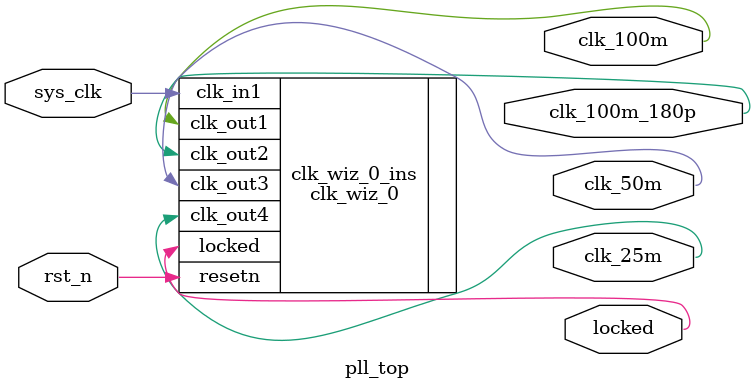
<source format=v>
module pll_top (
    input sys_clk,
    input rst_n,
    output locked,
    output clk_100m,
    output clk_100m_180p,
    output clk_50m,
    output clk_25m
);
    clk_wiz_0 clk_wiz_0_ins(
        .clk_in1(sys_clk),
        .resetn(rst_n),
        .locked(locked),
        .clk_out1(clk_100m),
        .clk_out2(clk_100m_180p),
        .clk_out3(clk_50m),
        .clk_out4(clk_25m)
    );
endmodule 
</source>
